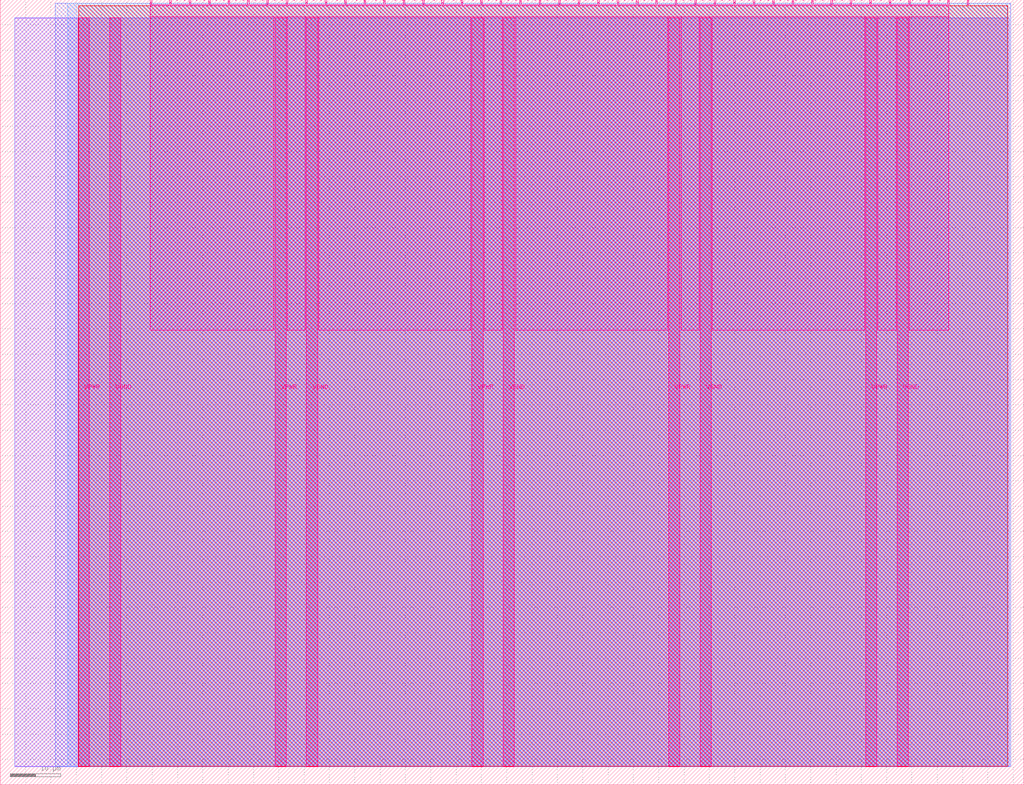
<source format=lef>
VERSION 5.7 ;
  NOWIREEXTENSIONATPIN ON ;
  DIVIDERCHAR "/" ;
  BUSBITCHARS "[]" ;
MACRO tt_um_faramire_rotary_ring_wrapper
  CLASS BLOCK ;
  FOREIGN tt_um_faramire_rotary_ring_wrapper ;
  ORIGIN 0.000 0.000 ;
  SIZE 202.080 BY 154.980 ;
  PIN VGND
    DIRECTION INOUT ;
    USE GROUND ;
    PORT
      LAYER Metal5 ;
        RECT 21.580 3.560 23.780 151.420 ;
    END
    PORT
      LAYER Metal5 ;
        RECT 60.450 3.560 62.650 151.420 ;
    END
    PORT
      LAYER Metal5 ;
        RECT 99.320 3.560 101.520 151.420 ;
    END
    PORT
      LAYER Metal5 ;
        RECT 138.190 3.560 140.390 151.420 ;
    END
    PORT
      LAYER Metal5 ;
        RECT 177.060 3.560 179.260 151.420 ;
    END
  END VGND
  PIN VPWR
    DIRECTION INOUT ;
    USE POWER ;
    PORT
      LAYER Metal5 ;
        RECT 15.380 3.560 17.580 151.420 ;
    END
    PORT
      LAYER Metal5 ;
        RECT 54.250 3.560 56.450 151.420 ;
    END
    PORT
      LAYER Metal5 ;
        RECT 93.120 3.560 95.320 151.420 ;
    END
    PORT
      LAYER Metal5 ;
        RECT 131.990 3.560 134.190 151.420 ;
    END
    PORT
      LAYER Metal5 ;
        RECT 170.860 3.560 173.060 151.420 ;
    END
  END VPWR
  PIN clk
    DIRECTION INPUT ;
    USE SIGNAL ;
    ANTENNAGATEAREA 0.213200 ;
    PORT
      LAYER Metal5 ;
        RECT 187.050 153.980 187.350 154.980 ;
    END
  END clk
  PIN ena
    DIRECTION INPUT ;
    USE SIGNAL ;
    PORT
      LAYER Metal5 ;
        RECT 190.890 153.980 191.190 154.980 ;
    END
  END ena
  PIN rst_n
    DIRECTION INPUT ;
    USE SIGNAL ;
    ANTENNAGATEAREA 0.180700 ;
    PORT
      LAYER Metal5 ;
        RECT 183.210 153.980 183.510 154.980 ;
    END
  END rst_n
  PIN ui_in[0]
    DIRECTION INPUT ;
    USE SIGNAL ;
    ANTENNAGATEAREA 0.180700 ;
    PORT
      LAYER Metal5 ;
        RECT 179.370 153.980 179.670 154.980 ;
    END
  END ui_in[0]
  PIN ui_in[1]
    DIRECTION INPUT ;
    USE SIGNAL ;
    ANTENNAGATEAREA 0.180700 ;
    PORT
      LAYER Metal5 ;
        RECT 175.530 153.980 175.830 154.980 ;
    END
  END ui_in[1]
  PIN ui_in[2]
    DIRECTION INPUT ;
    USE SIGNAL ;
    ANTENNAGATEAREA 0.180700 ;
    PORT
      LAYER Metal5 ;
        RECT 171.690 153.980 171.990 154.980 ;
    END
  END ui_in[2]
  PIN ui_in[3]
    DIRECTION INPUT ;
    USE SIGNAL ;
    ANTENNAGATEAREA 0.180700 ;
    PORT
      LAYER Metal5 ;
        RECT 167.850 153.980 168.150 154.980 ;
    END
  END ui_in[3]
  PIN ui_in[4]
    DIRECTION INPUT ;
    USE SIGNAL ;
    ANTENNAGATEAREA 0.180700 ;
    PORT
      LAYER Metal5 ;
        RECT 164.010 153.980 164.310 154.980 ;
    END
  END ui_in[4]
  PIN ui_in[5]
    DIRECTION INPUT ;
    USE SIGNAL ;
    ANTENNAGATEAREA 0.180700 ;
    PORT
      LAYER Metal5 ;
        RECT 160.170 153.980 160.470 154.980 ;
    END
  END ui_in[5]
  PIN ui_in[6]
    DIRECTION INPUT ;
    USE SIGNAL ;
    ANTENNAGATEAREA 0.180700 ;
    PORT
      LAYER Metal5 ;
        RECT 156.330 153.980 156.630 154.980 ;
    END
  END ui_in[6]
  PIN ui_in[7]
    DIRECTION INPUT ;
    USE SIGNAL ;
    ANTENNAGATEAREA 0.180700 ;
    PORT
      LAYER Metal5 ;
        RECT 152.490 153.980 152.790 154.980 ;
    END
  END ui_in[7]
  PIN uio_in[0]
    DIRECTION INPUT ;
    USE SIGNAL ;
    PORT
      LAYER Metal5 ;
        RECT 148.650 153.980 148.950 154.980 ;
    END
  END uio_in[0]
  PIN uio_in[1]
    DIRECTION INPUT ;
    USE SIGNAL ;
    PORT
      LAYER Metal5 ;
        RECT 144.810 153.980 145.110 154.980 ;
    END
  END uio_in[1]
  PIN uio_in[2]
    DIRECTION INPUT ;
    USE SIGNAL ;
    PORT
      LAYER Metal5 ;
        RECT 140.970 153.980 141.270 154.980 ;
    END
  END uio_in[2]
  PIN uio_in[3]
    DIRECTION INPUT ;
    USE SIGNAL ;
    PORT
      LAYER Metal5 ;
        RECT 137.130 153.980 137.430 154.980 ;
    END
  END uio_in[3]
  PIN uio_in[4]
    DIRECTION INPUT ;
    USE SIGNAL ;
    PORT
      LAYER Metal5 ;
        RECT 133.290 153.980 133.590 154.980 ;
    END
  END uio_in[4]
  PIN uio_in[5]
    DIRECTION INPUT ;
    USE SIGNAL ;
    PORT
      LAYER Metal5 ;
        RECT 129.450 153.980 129.750 154.980 ;
    END
  END uio_in[5]
  PIN uio_in[6]
    DIRECTION INPUT ;
    USE SIGNAL ;
    PORT
      LAYER Metal5 ;
        RECT 125.610 153.980 125.910 154.980 ;
    END
  END uio_in[6]
  PIN uio_in[7]
    DIRECTION INPUT ;
    USE SIGNAL ;
    PORT
      LAYER Metal5 ;
        RECT 121.770 153.980 122.070 154.980 ;
    END
  END uio_in[7]
  PIN uio_oe[0]
    DIRECTION OUTPUT ;
    USE SIGNAL ;
    ANTENNADIFFAREA 0.299200 ;
    PORT
      LAYER Metal5 ;
        RECT 56.490 153.980 56.790 154.980 ;
    END
  END uio_oe[0]
  PIN uio_oe[1]
    DIRECTION OUTPUT ;
    USE SIGNAL ;
    ANTENNADIFFAREA 0.299200 ;
    PORT
      LAYER Metal5 ;
        RECT 52.650 153.980 52.950 154.980 ;
    END
  END uio_oe[1]
  PIN uio_oe[2]
    DIRECTION OUTPUT ;
    USE SIGNAL ;
    ANTENNADIFFAREA 0.299200 ;
    PORT
      LAYER Metal5 ;
        RECT 48.810 153.980 49.110 154.980 ;
    END
  END uio_oe[2]
  PIN uio_oe[3]
    DIRECTION OUTPUT ;
    USE SIGNAL ;
    ANTENNADIFFAREA 0.299200 ;
    PORT
      LAYER Metal5 ;
        RECT 44.970 153.980 45.270 154.980 ;
    END
  END uio_oe[3]
  PIN uio_oe[4]
    DIRECTION OUTPUT ;
    USE SIGNAL ;
    ANTENNADIFFAREA 0.299200 ;
    PORT
      LAYER Metal5 ;
        RECT 41.130 153.980 41.430 154.980 ;
    END
  END uio_oe[4]
  PIN uio_oe[5]
    DIRECTION OUTPUT ;
    USE SIGNAL ;
    ANTENNADIFFAREA 0.299200 ;
    PORT
      LAYER Metal5 ;
        RECT 37.290 153.980 37.590 154.980 ;
    END
  END uio_oe[5]
  PIN uio_oe[6]
    DIRECTION OUTPUT ;
    USE SIGNAL ;
    ANTENNADIFFAREA 0.299200 ;
    PORT
      LAYER Metal5 ;
        RECT 33.450 153.980 33.750 154.980 ;
    END
  END uio_oe[6]
  PIN uio_oe[7]
    DIRECTION OUTPUT ;
    USE SIGNAL ;
    ANTENNADIFFAREA 0.299200 ;
    PORT
      LAYER Metal5 ;
        RECT 29.610 153.980 29.910 154.980 ;
    END
  END uio_oe[7]
  PIN uio_out[0]
    DIRECTION OUTPUT ;
    USE SIGNAL ;
    ANTENNADIFFAREA 0.299200 ;
    PORT
      LAYER Metal5 ;
        RECT 87.210 153.980 87.510 154.980 ;
    END
  END uio_out[0]
  PIN uio_out[1]
    DIRECTION OUTPUT ;
    USE SIGNAL ;
    ANTENNADIFFAREA 0.299200 ;
    PORT
      LAYER Metal5 ;
        RECT 83.370 153.980 83.670 154.980 ;
    END
  END uio_out[1]
  PIN uio_out[2]
    DIRECTION OUTPUT ;
    USE SIGNAL ;
    ANTENNADIFFAREA 0.299200 ;
    PORT
      LAYER Metal5 ;
        RECT 79.530 153.980 79.830 154.980 ;
    END
  END uio_out[2]
  PIN uio_out[3]
    DIRECTION OUTPUT ;
    USE SIGNAL ;
    ANTENNADIFFAREA 0.299200 ;
    PORT
      LAYER Metal5 ;
        RECT 75.690 153.980 75.990 154.980 ;
    END
  END uio_out[3]
  PIN uio_out[4]
    DIRECTION OUTPUT ;
    USE SIGNAL ;
    ANTENNADIFFAREA 0.299200 ;
    PORT
      LAYER Metal5 ;
        RECT 71.850 153.980 72.150 154.980 ;
    END
  END uio_out[4]
  PIN uio_out[5]
    DIRECTION OUTPUT ;
    USE SIGNAL ;
    ANTENNADIFFAREA 0.299200 ;
    PORT
      LAYER Metal5 ;
        RECT 68.010 153.980 68.310 154.980 ;
    END
  END uio_out[5]
  PIN uio_out[6]
    DIRECTION OUTPUT ;
    USE SIGNAL ;
    ANTENNADIFFAREA 0.299200 ;
    PORT
      LAYER Metal5 ;
        RECT 64.170 153.980 64.470 154.980 ;
    END
  END uio_out[6]
  PIN uio_out[7]
    DIRECTION OUTPUT ;
    USE SIGNAL ;
    ANTENNADIFFAREA 0.299200 ;
    PORT
      LAYER Metal5 ;
        RECT 60.330 153.980 60.630 154.980 ;
    END
  END uio_out[7]
  PIN uo_out[0]
    DIRECTION OUTPUT ;
    USE SIGNAL ;
    ANTENNADIFFAREA 0.654800 ;
    PORT
      LAYER Metal5 ;
        RECT 117.930 153.980 118.230 154.980 ;
    END
  END uo_out[0]
  PIN uo_out[1]
    DIRECTION OUTPUT ;
    USE SIGNAL ;
    ANTENNADIFFAREA 0.632400 ;
    PORT
      LAYER Metal5 ;
        RECT 114.090 153.980 114.390 154.980 ;
    END
  END uo_out[1]
  PIN uo_out[2]
    DIRECTION OUTPUT ;
    USE SIGNAL ;
    ANTENNADIFFAREA 0.632400 ;
    PORT
      LAYER Metal5 ;
        RECT 110.250 153.980 110.550 154.980 ;
    END
  END uo_out[2]
  PIN uo_out[3]
    DIRECTION OUTPUT ;
    USE SIGNAL ;
    ANTENNADIFFAREA 0.632400 ;
    PORT
      LAYER Metal5 ;
        RECT 106.410 153.980 106.710 154.980 ;
    END
  END uo_out[3]
  PIN uo_out[4]
    DIRECTION OUTPUT ;
    USE SIGNAL ;
    ANTENNADIFFAREA 0.632400 ;
    PORT
      LAYER Metal5 ;
        RECT 102.570 153.980 102.870 154.980 ;
    END
  END uo_out[4]
  PIN uo_out[5]
    DIRECTION OUTPUT ;
    USE SIGNAL ;
    ANTENNADIFFAREA 0.632400 ;
    PORT
      LAYER Metal5 ;
        RECT 98.730 153.980 99.030 154.980 ;
    END
  END uo_out[5]
  PIN uo_out[6]
    DIRECTION OUTPUT ;
    USE SIGNAL ;
    ANTENNADIFFAREA 0.299200 ;
    PORT
      LAYER Metal5 ;
        RECT 94.890 153.980 95.190 154.980 ;
    END
  END uo_out[6]
  PIN uo_out[7]
    DIRECTION OUTPUT ;
    USE SIGNAL ;
    ANTENNADIFFAREA 0.299200 ;
    PORT
      LAYER Metal5 ;
        RECT 91.050 153.980 91.350 154.980 ;
    END
  END uo_out[7]
  OBS
      LAYER GatPoly ;
        RECT 2.880 3.630 199.200 151.350 ;
      LAYER Metal1 ;
        RECT 2.880 3.560 199.200 151.420 ;
      LAYER Metal2 ;
        RECT 10.895 3.680 199.475 154.240 ;
      LAYER Metal3 ;
        RECT 13.340 3.635 198.820 154.285 ;
      LAYER Metal4 ;
        RECT 15.515 3.680 198.865 153.820 ;
      LAYER Metal5 ;
        RECT 30.120 153.770 33.240 153.980 ;
        RECT 33.960 153.770 37.080 153.980 ;
        RECT 37.800 153.770 40.920 153.980 ;
        RECT 41.640 153.770 44.760 153.980 ;
        RECT 45.480 153.770 48.600 153.980 ;
        RECT 49.320 153.770 52.440 153.980 ;
        RECT 53.160 153.770 56.280 153.980 ;
        RECT 57.000 153.770 60.120 153.980 ;
        RECT 60.840 153.770 63.960 153.980 ;
        RECT 64.680 153.770 67.800 153.980 ;
        RECT 68.520 153.770 71.640 153.980 ;
        RECT 72.360 153.770 75.480 153.980 ;
        RECT 76.200 153.770 79.320 153.980 ;
        RECT 80.040 153.770 83.160 153.980 ;
        RECT 83.880 153.770 87.000 153.980 ;
        RECT 87.720 153.770 90.840 153.980 ;
        RECT 91.560 153.770 94.680 153.980 ;
        RECT 95.400 153.770 98.520 153.980 ;
        RECT 99.240 153.770 102.360 153.980 ;
        RECT 103.080 153.770 106.200 153.980 ;
        RECT 106.920 153.770 110.040 153.980 ;
        RECT 110.760 153.770 113.880 153.980 ;
        RECT 114.600 153.770 117.720 153.980 ;
        RECT 118.440 153.770 121.560 153.980 ;
        RECT 122.280 153.770 125.400 153.980 ;
        RECT 126.120 153.770 129.240 153.980 ;
        RECT 129.960 153.770 133.080 153.980 ;
        RECT 133.800 153.770 136.920 153.980 ;
        RECT 137.640 153.770 140.760 153.980 ;
        RECT 141.480 153.770 144.600 153.980 ;
        RECT 145.320 153.770 148.440 153.980 ;
        RECT 149.160 153.770 152.280 153.980 ;
        RECT 153.000 153.770 156.120 153.980 ;
        RECT 156.840 153.770 159.960 153.980 ;
        RECT 160.680 153.770 163.800 153.980 ;
        RECT 164.520 153.770 167.640 153.980 ;
        RECT 168.360 153.770 171.480 153.980 ;
        RECT 172.200 153.770 175.320 153.980 ;
        RECT 176.040 153.770 179.160 153.980 ;
        RECT 179.880 153.770 183.000 153.980 ;
        RECT 183.720 153.770 186.840 153.980 ;
        RECT 29.660 151.630 187.300 153.770 ;
        RECT 29.660 89.735 54.040 151.630 ;
        RECT 56.660 89.735 60.240 151.630 ;
        RECT 62.860 89.735 92.910 151.630 ;
        RECT 95.530 89.735 99.110 151.630 ;
        RECT 101.730 89.735 131.780 151.630 ;
        RECT 134.400 89.735 137.980 151.630 ;
        RECT 140.600 89.735 170.650 151.630 ;
        RECT 173.270 89.735 176.850 151.630 ;
        RECT 179.470 89.735 187.300 151.630 ;
  END
END tt_um_faramire_rotary_ring_wrapper
END LIBRARY


</source>
